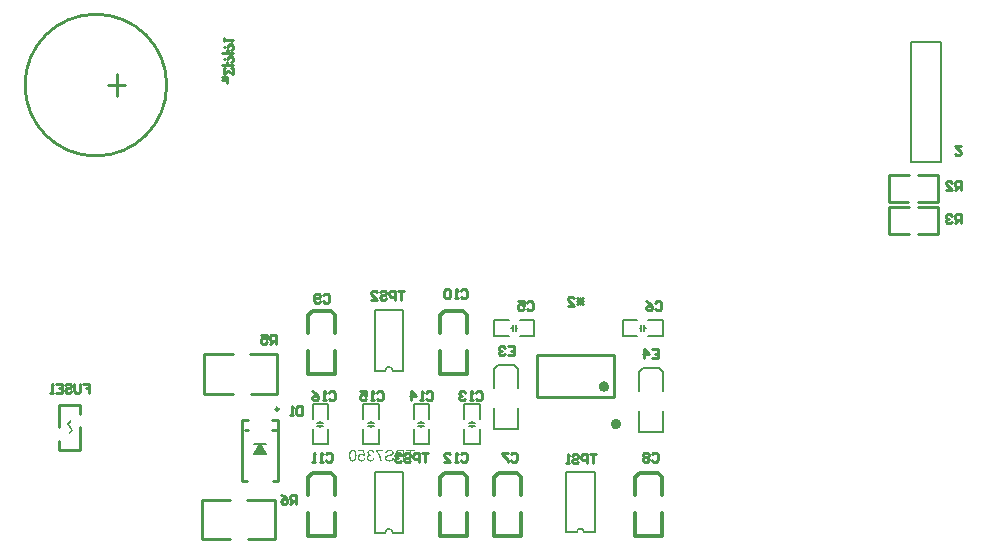
<source format=gbr>
%TF.GenerationSoftware,Altium Limited,Altium Designer,22.3.1 (43)*%
G04 Layer_Color=32896*
%FSLAX26Y26*%
%MOIN*%
%TF.SameCoordinates,A6686B76-6886-4B69-866F-DC8958589E3E*%
%TF.FilePolarity,Positive*%
%TF.FileFunction,Legend,Bot*%
%TF.Part,Single*%
G01*
G75*
%TA.AperFunction,NonConductor*%
%ADD28C,0.010000*%
%ADD52C,0.007874*%
%ADD53C,0.019685*%
%ADD54C,0.005000*%
%ADD55C,0.006000*%
%ADD56C,0.008000*%
%ADD57C,0.009842*%
%ADD58C,0.012000*%
G36*
X1159368Y429385D02*
X1160867Y429107D01*
X1162143Y428663D01*
X1163253Y428219D01*
X1163753Y427942D01*
X1164141Y427720D01*
X1164530Y427498D01*
X1164807Y427276D01*
X1165029Y427109D01*
X1165196Y426998D01*
X1165306Y426943D01*
X1165362Y426887D01*
X1166417Y425833D01*
X1167249Y424667D01*
X1167915Y423446D01*
X1168470Y422225D01*
X1168803Y421171D01*
X1168969Y420727D01*
X1169081Y420338D01*
X1169136Y420005D01*
X1169191Y419783D01*
X1169247Y419617D01*
Y419561D01*
X1164530Y418729D01*
X1164307Y419950D01*
X1163975Y421004D01*
X1163586Y421892D01*
X1163197Y422614D01*
X1162809Y423169D01*
X1162476Y423557D01*
X1162254Y423835D01*
X1162198Y423890D01*
X1161477Y424445D01*
X1160700Y424889D01*
X1159978Y425167D01*
X1159257Y425389D01*
X1158591Y425500D01*
X1158091Y425611D01*
X1157648D01*
X1156649Y425555D01*
X1155761Y425333D01*
X1154984Y425056D01*
X1154318Y424778D01*
X1153818Y424445D01*
X1153429Y424168D01*
X1153152Y423946D01*
X1153097Y423890D01*
X1152486Y423224D01*
X1152042Y422503D01*
X1151764Y421781D01*
X1151543Y421115D01*
X1151431Y420505D01*
X1151321Y420061D01*
Y419728D01*
Y419672D01*
Y419617D01*
Y419006D01*
X1151431Y418451D01*
X1151709Y417508D01*
X1152098Y416675D01*
X1152542Y415954D01*
X1152986Y415454D01*
X1153374Y415066D01*
X1153651Y414844D01*
X1153707Y414788D01*
X1153763D01*
X1154706Y414289D01*
X1155594Y413900D01*
X1156537Y413623D01*
X1157370Y413456D01*
X1158091Y413345D01*
X1158702Y413234D01*
X1159424D01*
X1159646Y413290D01*
X1159923D01*
X1160478Y409127D01*
X1159756Y409294D01*
X1159091Y409405D01*
X1158535Y409516D01*
X1158036Y409571D01*
X1157648Y409627D01*
X1157148D01*
X1155983Y409516D01*
X1154928Y409294D01*
X1153985Y408961D01*
X1153207Y408572D01*
X1152597Y408184D01*
X1152153Y407851D01*
X1151876Y407629D01*
X1151764Y407518D01*
X1151043Y406685D01*
X1150488Y405797D01*
X1150100Y404909D01*
X1149878Y404021D01*
X1149711Y403300D01*
X1149656Y402689D01*
X1149600Y402467D01*
Y402301D01*
Y402190D01*
Y402134D01*
X1149711Y400913D01*
X1149988Y399803D01*
X1150322Y398860D01*
X1150765Y398027D01*
X1151209Y397361D01*
X1151543Y396862D01*
X1151820Y396529D01*
X1151931Y396418D01*
X1152819Y395641D01*
X1153763Y395086D01*
X1154706Y394697D01*
X1155594Y394420D01*
X1156371Y394253D01*
X1156982Y394198D01*
X1157204Y394142D01*
X1157536D01*
X1158535Y394198D01*
X1159479Y394420D01*
X1160312Y394697D01*
X1160977Y395030D01*
X1161533Y395308D01*
X1161976Y395585D01*
X1162198Y395807D01*
X1162310Y395863D01*
X1162976Y396640D01*
X1163531Y397528D01*
X1164030Y398471D01*
X1164418Y399470D01*
X1164696Y400303D01*
X1164807Y400691D01*
X1164862Y401024D01*
X1164918Y401302D01*
X1164974Y401524D01*
X1165029Y401635D01*
Y401690D01*
X1169746Y401080D01*
X1169636Y400192D01*
X1169469Y399359D01*
X1168969Y397805D01*
X1168359Y396473D01*
X1168026Y395918D01*
X1167693Y395363D01*
X1167360Y394864D01*
X1167027Y394475D01*
X1166749Y394087D01*
X1166472Y393809D01*
X1166305Y393587D01*
X1166139Y393421D01*
X1166028Y393310D01*
X1165973Y393254D01*
X1165306Y392755D01*
X1164640Y392255D01*
X1163975Y391867D01*
X1163253Y391534D01*
X1161866Y390979D01*
X1160534Y390646D01*
X1159923Y390535D01*
X1159368Y390424D01*
X1158869Y390368D01*
X1158425Y390313D01*
X1158091Y390257D01*
X1157592D01*
X1156537Y390313D01*
X1155594Y390424D01*
X1154650Y390590D01*
X1153763Y390812D01*
X1152930Y391090D01*
X1152208Y391367D01*
X1151487Y391700D01*
X1150877Y392033D01*
X1150266Y392311D01*
X1149766Y392644D01*
X1149322Y392921D01*
X1148989Y393199D01*
X1148712Y393421D01*
X1148490Y393587D01*
X1148379Y393698D01*
X1148323Y393754D01*
X1147658Y394420D01*
X1147102Y395141D01*
X1146603Y395863D01*
X1146159Y396584D01*
X1145826Y397250D01*
X1145493Y397972D01*
X1145049Y399304D01*
X1144938Y399914D01*
X1144827Y400469D01*
X1144716Y400969D01*
X1144660Y401413D01*
X1144605Y401746D01*
Y402023D01*
Y402190D01*
Y402245D01*
X1144660Y403577D01*
X1144882Y404798D01*
X1145216Y405853D01*
X1145549Y406741D01*
X1145881Y407462D01*
X1146215Y408017D01*
X1146437Y408350D01*
X1146492Y408461D01*
X1147269Y409294D01*
X1148101Y410015D01*
X1148989Y410570D01*
X1149878Y411014D01*
X1150655Y411347D01*
X1151265Y411569D01*
X1151487Y411625D01*
X1151653Y411680D01*
X1151764Y411736D01*
X1151820D01*
X1150877Y412235D01*
X1150100Y412735D01*
X1149434Y413290D01*
X1148879Y413789D01*
X1148435Y414233D01*
X1148101Y414622D01*
X1147935Y414844D01*
X1147880Y414955D01*
X1147436Y415732D01*
X1147102Y416509D01*
X1146825Y417286D01*
X1146659Y418007D01*
X1146547Y418618D01*
X1146492Y419062D01*
Y419395D01*
Y419506D01*
X1146547Y420449D01*
X1146714Y421393D01*
X1146936Y422225D01*
X1147214Y422947D01*
X1147491Y423557D01*
X1147713Y424057D01*
X1147880Y424334D01*
X1147935Y424445D01*
X1148490Y425278D01*
X1149156Y425999D01*
X1149822Y426610D01*
X1150488Y427165D01*
X1151043Y427553D01*
X1151543Y427886D01*
X1151876Y428053D01*
X1151931Y428108D01*
X1151986D01*
X1152986Y428552D01*
X1153985Y428885D01*
X1154984Y429163D01*
X1155871Y429329D01*
X1156593Y429440D01*
X1157204Y429496D01*
X1158591D01*
X1159368Y429385D01*
D02*
G37*
G36*
X1139111Y409072D02*
X1134670Y408461D01*
X1134282Y409072D01*
X1133783Y409571D01*
X1133339Y410071D01*
X1132895Y410459D01*
X1132450Y410737D01*
X1132118Y411014D01*
X1131896Y411125D01*
X1131840Y411181D01*
X1131119Y411514D01*
X1130397Y411791D01*
X1129731Y411958D01*
X1129065Y412124D01*
X1128510Y412180D01*
X1128066Y412235D01*
X1127012D01*
X1126345Y412124D01*
X1125180Y411847D01*
X1124181Y411458D01*
X1123293Y411070D01*
X1122627Y410626D01*
X1122128Y410237D01*
X1121850Y409960D01*
X1121739Y409904D01*
Y409849D01*
X1120962Y408905D01*
X1120407Y407906D01*
X1120018Y406852D01*
X1119741Y405797D01*
X1119574Y404909D01*
X1119519Y404521D01*
Y404188D01*
X1119464Y403910D01*
Y403688D01*
Y403577D01*
Y403522D01*
Y402745D01*
X1119574Y402023D01*
X1119852Y400636D01*
X1120241Y399470D01*
X1120629Y398527D01*
X1121073Y397750D01*
X1121461Y397139D01*
X1121628Y396973D01*
X1121739Y396806D01*
X1121794Y396751D01*
X1121850Y396695D01*
X1122294Y396251D01*
X1122738Y395863D01*
X1123737Y395197D01*
X1124680Y394753D01*
X1125624Y394475D01*
X1126401Y394253D01*
X1127067Y394198D01*
X1127289Y394142D01*
X1127622D01*
X1128677Y394198D01*
X1129620Y394420D01*
X1130453Y394697D01*
X1131119Y395030D01*
X1131729Y395363D01*
X1132173Y395641D01*
X1132395Y395863D01*
X1132506Y395918D01*
X1133172Y396695D01*
X1133727Y397528D01*
X1134171Y398471D01*
X1134504Y399304D01*
X1134726Y400136D01*
X1134892Y400747D01*
X1134948Y401024D01*
X1135004Y401191D01*
Y401302D01*
Y401357D01*
X1139943Y400969D01*
X1139832Y400081D01*
X1139666Y399248D01*
X1139166Y397694D01*
X1138555Y396362D01*
X1138223Y395752D01*
X1137889Y395252D01*
X1137612Y394753D01*
X1137279Y394309D01*
X1137002Y393976D01*
X1136724Y393698D01*
X1136502Y393476D01*
X1136391Y393254D01*
X1136280Y393199D01*
X1136225Y393143D01*
X1135559Y392644D01*
X1134892Y392200D01*
X1134171Y391811D01*
X1133449Y391478D01*
X1132062Y390979D01*
X1130675Y390646D01*
X1130064Y390479D01*
X1129454Y390424D01*
X1128954Y390368D01*
X1128510Y390313D01*
X1128121Y390257D01*
X1127622D01*
X1126457Y390313D01*
X1125347Y390479D01*
X1124292Y390701D01*
X1123349Y390979D01*
X1122460Y391367D01*
X1121628Y391756D01*
X1120851Y392144D01*
X1120185Y392588D01*
X1119574Y393032D01*
X1119020Y393421D01*
X1118575Y393865D01*
X1118187Y394198D01*
X1117909Y394475D01*
X1117688Y394697D01*
X1117576Y394864D01*
X1117521Y394919D01*
X1116966Y395641D01*
X1116522Y396418D01*
X1116078Y397139D01*
X1115745Y397916D01*
X1115190Y399415D01*
X1114857Y400858D01*
X1114746Y401468D01*
X1114635Y402079D01*
X1114580Y402578D01*
X1114524Y403022D01*
X1114468Y403411D01*
Y403688D01*
Y403855D01*
Y403910D01*
X1114524Y404909D01*
X1114635Y405853D01*
X1114802Y406796D01*
X1115024Y407629D01*
X1115301Y408406D01*
X1115579Y409183D01*
X1115911Y409849D01*
X1116189Y410459D01*
X1116522Y411014D01*
X1116855Y411514D01*
X1117132Y411902D01*
X1117410Y412291D01*
X1117632Y412568D01*
X1117799Y412735D01*
X1117909Y412846D01*
X1117965Y412901D01*
X1118631Y413512D01*
X1119297Y414067D01*
X1120018Y414511D01*
X1120740Y414899D01*
X1121461Y415288D01*
X1122183Y415565D01*
X1123515Y415954D01*
X1124126Y416120D01*
X1124680Y416231D01*
X1125180Y416287D01*
X1125624Y416342D01*
X1125957Y416398D01*
X1127178D01*
X1127844Y416287D01*
X1129176Y416009D01*
X1130397Y415621D01*
X1131507Y415177D01*
X1132395Y414733D01*
X1132784Y414511D01*
X1133117Y414344D01*
X1133394Y414178D01*
X1133561Y414067D01*
X1133671Y414011D01*
X1133727Y413956D01*
X1131674Y424334D01*
X1116300D01*
Y428830D01*
X1135392D01*
X1139111Y409072D01*
D02*
G37*
G36*
X1305000Y424778D02*
X1292346D01*
Y390923D01*
X1287240D01*
Y424778D01*
X1274586D01*
Y429329D01*
X1305000D01*
Y424778D01*
D02*
G37*
G36*
X1269313Y390923D02*
X1264207D01*
Y406519D01*
X1254384D01*
X1252941Y406574D01*
X1251553Y406685D01*
X1250332Y406852D01*
X1249223Y407074D01*
X1248168Y407296D01*
X1247280Y407573D01*
X1246447Y407906D01*
X1245726Y408239D01*
X1245116Y408517D01*
X1244561Y408850D01*
X1244117Y409127D01*
X1243784Y409405D01*
X1243506Y409571D01*
X1243340Y409738D01*
X1243228Y409849D01*
X1243173Y409904D01*
X1242618Y410570D01*
X1242119Y411236D01*
X1241730Y411902D01*
X1241341Y412624D01*
X1241008Y413345D01*
X1240786Y414011D01*
X1240398Y415288D01*
X1240287Y415898D01*
X1240176Y416453D01*
X1240120Y416953D01*
X1240065Y417341D01*
X1240009Y417730D01*
Y417952D01*
Y418118D01*
Y418174D01*
X1240065Y419228D01*
X1240176Y420227D01*
X1240398Y421115D01*
X1240564Y421892D01*
X1240786Y422558D01*
X1241008Y423058D01*
X1241120Y423335D01*
X1241175Y423446D01*
X1241619Y424279D01*
X1242174Y425000D01*
X1242674Y425666D01*
X1243173Y426166D01*
X1243617Y426554D01*
X1243950Y426887D01*
X1244172Y427054D01*
X1244283Y427109D01*
X1245005Y427553D01*
X1245837Y427942D01*
X1246614Y428275D01*
X1247335Y428552D01*
X1248002Y428719D01*
X1248501Y428830D01*
X1248889Y428941D01*
X1249001D01*
X1249833Y429052D01*
X1250776Y429163D01*
X1251775Y429218D01*
X1252719Y429274D01*
X1253552Y429329D01*
X1269313D01*
Y390923D01*
D02*
G37*
G36*
X1199328Y424279D02*
X1180514D01*
X1181845Y422669D01*
X1183122Y420949D01*
X1184232Y419284D01*
X1185286Y417674D01*
X1185730Y416953D01*
X1186119Y416287D01*
X1186507Y415676D01*
X1186785Y415177D01*
X1187007Y414733D01*
X1187174Y414455D01*
X1187284Y414233D01*
X1187340Y414178D01*
X1188450Y411958D01*
X1189449Y409738D01*
X1190282Y407629D01*
X1190614Y406685D01*
X1190947Y405742D01*
X1191281Y404909D01*
X1191503Y404132D01*
X1191725Y403466D01*
X1191891Y402911D01*
X1192057Y402412D01*
X1192168Y402079D01*
X1192224Y401857D01*
Y401801D01*
X1192779Y399526D01*
X1193001Y398416D01*
X1193168Y397417D01*
X1193334Y396473D01*
X1193501Y395530D01*
X1193611Y394753D01*
X1193723Y393976D01*
X1193778Y393310D01*
X1193833Y392699D01*
X1193889Y392144D01*
Y391700D01*
X1193945Y391367D01*
Y391145D01*
Y390979D01*
Y390923D01*
X1189116D01*
X1188949Y393032D01*
X1188672Y394975D01*
X1188395Y396751D01*
X1188228Y397583D01*
X1188062Y398360D01*
X1187950Y399026D01*
X1187784Y399637D01*
X1187673Y400192D01*
X1187562Y400636D01*
X1187451Y400969D01*
X1187396Y401246D01*
X1187340Y401413D01*
Y401468D01*
X1186507Y404021D01*
X1185620Y406408D01*
X1185176Y407573D01*
X1184732Y408683D01*
X1184232Y409682D01*
X1183788Y410681D01*
X1183399Y411569D01*
X1183011Y412346D01*
X1182678Y413012D01*
X1182400Y413623D01*
X1182123Y414122D01*
X1181957Y414455D01*
X1181845Y414677D01*
X1181790Y414733D01*
X1181124Y415898D01*
X1180458Y417064D01*
X1179792Y418118D01*
X1179126Y419117D01*
X1178515Y420005D01*
X1177905Y420893D01*
X1177294Y421670D01*
X1176795Y422336D01*
X1176295Y423002D01*
X1175851Y423557D01*
X1175408Y424001D01*
X1175074Y424390D01*
X1174852Y424723D01*
X1174630Y424945D01*
X1174520Y425056D01*
X1174464Y425111D01*
Y428830D01*
X1199328D01*
Y424279D01*
D02*
G37*
G36*
X1221750Y429940D02*
X1223026Y429773D01*
X1224247Y429551D01*
X1225302Y429329D01*
X1226134Y429107D01*
X1226523Y428996D01*
X1226801Y428885D01*
X1227023Y428774D01*
X1227189Y428719D01*
X1227300Y428663D01*
X1227355D01*
X1228466Y428108D01*
X1229465Y427498D01*
X1230297Y426832D01*
X1230963Y426221D01*
X1231463Y425666D01*
X1231851Y425222D01*
X1232129Y424889D01*
X1232184Y424834D01*
Y424778D01*
X1232739Y423835D01*
X1233128Y422891D01*
X1233405Y421948D01*
X1233572Y421115D01*
X1233682Y420394D01*
X1233793Y419839D01*
Y419617D01*
Y419450D01*
Y419395D01*
Y419339D01*
X1233738Y418396D01*
X1233572Y417508D01*
X1233350Y416675D01*
X1233128Y415954D01*
X1232906Y415399D01*
X1232684Y414955D01*
X1232517Y414677D01*
X1232461Y414566D01*
X1231907Y413789D01*
X1231241Y413068D01*
X1230574Y412457D01*
X1229909Y411958D01*
X1229353Y411514D01*
X1228854Y411236D01*
X1228521Y411014D01*
X1228466Y410959D01*
X1228410D01*
X1227966Y410737D01*
X1227466Y410515D01*
X1226357Y410126D01*
X1225080Y409738D01*
X1223859Y409349D01*
X1222749Y409016D01*
X1222249Y408905D01*
X1221805Y408794D01*
X1221473Y408683D01*
X1221195Y408628D01*
X1221028Y408572D01*
X1220973D01*
X1220030Y408350D01*
X1219141Y408128D01*
X1218364Y407906D01*
X1217698Y407740D01*
X1217033Y407573D01*
X1216477Y407407D01*
X1215978Y407296D01*
X1215590Y407129D01*
X1215201Y407018D01*
X1214924Y406963D01*
X1214479Y406796D01*
X1214202Y406741D01*
X1214147Y406685D01*
X1213314Y406352D01*
X1212592Y405964D01*
X1211982Y405575D01*
X1211538Y405242D01*
X1211149Y404909D01*
X1210928Y404687D01*
X1210761Y404521D01*
X1210706Y404465D01*
X1210317Y403966D01*
X1210040Y403411D01*
X1209873Y402856D01*
X1209707Y402412D01*
X1209651Y401968D01*
X1209595Y401635D01*
Y401357D01*
Y401302D01*
X1209651Y400636D01*
X1209762Y400025D01*
X1209928Y399470D01*
X1210150Y399026D01*
X1210372Y398582D01*
X1210539Y398305D01*
X1210650Y398083D01*
X1210706Y398027D01*
X1211149Y397472D01*
X1211705Y397028D01*
X1212259Y396640D01*
X1212759Y396251D01*
X1213258Y396029D01*
X1213647Y395807D01*
X1213925Y395696D01*
X1214035Y395641D01*
X1214868Y395363D01*
X1215756Y395141D01*
X1216644Y395030D01*
X1217421Y394919D01*
X1218087Y394864D01*
X1218642Y394808D01*
X1219141D01*
X1220362Y394864D01*
X1221473Y394975D01*
X1222472Y395141D01*
X1223360Y395363D01*
X1224081Y395585D01*
X1224636Y395752D01*
X1224803Y395807D01*
X1224969Y395863D01*
X1225024Y395918D01*
X1225080D01*
X1225968Y396362D01*
X1226801Y396862D01*
X1227411Y397361D01*
X1227966Y397861D01*
X1228410Y398249D01*
X1228688Y398638D01*
X1228854Y398860D01*
X1228909Y398915D01*
X1229298Y399637D01*
X1229687Y400414D01*
X1229909Y401246D01*
X1230130Y401968D01*
X1230297Y402689D01*
X1230408Y403189D01*
Y403411D01*
X1230464Y403577D01*
Y403633D01*
Y403688D01*
X1235236Y403244D01*
X1235126Y401857D01*
X1234903Y400525D01*
X1234571Y399359D01*
X1234182Y398305D01*
X1233793Y397472D01*
X1233627Y397139D01*
X1233516Y396862D01*
X1233350Y396640D01*
X1233294Y396473D01*
X1233183Y396362D01*
Y396307D01*
X1232351Y395252D01*
X1231463Y394309D01*
X1230519Y393532D01*
X1229631Y392866D01*
X1228854Y392366D01*
X1228188Y392033D01*
X1227966Y391922D01*
X1227800Y391811D01*
X1227688Y391756D01*
X1227633D01*
X1226245Y391256D01*
X1224803Y390868D01*
X1223360Y390646D01*
X1221972Y390424D01*
X1221306Y390368D01*
X1220751Y390313D01*
X1220252D01*
X1219807Y390257D01*
X1218919D01*
X1217421Y390313D01*
X1216034Y390479D01*
X1214757Y390757D01*
X1213703Y391034D01*
X1212814Y391256D01*
X1212426Y391423D01*
X1212093Y391534D01*
X1211871Y391645D01*
X1211705Y391700D01*
X1211593Y391756D01*
X1211538D01*
X1210372Y392366D01*
X1209373Y393032D01*
X1208486Y393754D01*
X1207764Y394420D01*
X1207209Y394975D01*
X1206821Y395474D01*
X1206543Y395807D01*
X1206487Y395863D01*
Y395918D01*
X1205877Y396973D01*
X1205433Y397972D01*
X1205156Y398915D01*
X1204934Y399803D01*
X1204822Y400580D01*
X1204711Y401191D01*
Y401413D01*
Y401579D01*
Y401635D01*
Y401690D01*
X1204767Y402800D01*
X1204934Y403855D01*
X1205211Y404798D01*
X1205488Y405575D01*
X1205822Y406241D01*
X1206043Y406741D01*
X1206265Y407018D01*
X1206321Y407129D01*
X1206987Y407962D01*
X1207764Y408739D01*
X1208597Y409405D01*
X1209429Y410015D01*
X1210150Y410459D01*
X1210761Y410792D01*
X1210983Y410903D01*
X1211149Y411014D01*
X1211261Y411070D01*
X1211316D01*
X1211760Y411292D01*
X1212315Y411458D01*
X1212926Y411680D01*
X1213591Y411902D01*
X1214979Y412291D01*
X1216422Y412679D01*
X1217088Y412846D01*
X1217698Y413012D01*
X1218309Y413179D01*
X1218809Y413290D01*
X1219197Y413401D01*
X1219530Y413456D01*
X1219752Y413512D01*
X1219807D01*
X1220918Y413789D01*
X1221917Y414011D01*
X1222804Y414289D01*
X1223582Y414511D01*
X1224303Y414788D01*
X1224914Y415010D01*
X1225468Y415232D01*
X1225968Y415399D01*
X1226357Y415621D01*
X1226689Y415787D01*
X1226911Y415898D01*
X1227133Y416065D01*
X1227411Y416231D01*
X1227466Y416287D01*
X1227966Y416842D01*
X1228299Y417397D01*
X1228576Y417952D01*
X1228743Y418507D01*
X1228854Y418951D01*
X1228909Y419339D01*
Y419561D01*
Y419672D01*
X1228799Y420560D01*
X1228576Y421337D01*
X1228244Y422003D01*
X1227855Y422614D01*
X1227522Y423058D01*
X1227189Y423446D01*
X1226967Y423668D01*
X1226856Y423724D01*
X1226412Y424001D01*
X1225968Y424279D01*
X1224914Y424723D01*
X1223803Y425000D01*
X1222694Y425222D01*
X1221695Y425333D01*
X1221251Y425389D01*
X1220918Y425444D01*
X1220140D01*
X1218586Y425389D01*
X1217199Y425167D01*
X1216089Y424834D01*
X1215146Y424501D01*
X1214424Y424168D01*
X1213869Y423835D01*
X1213591Y423613D01*
X1213480Y423557D01*
X1212704Y422780D01*
X1212093Y421948D01*
X1211593Y421060D01*
X1211261Y420172D01*
X1211039Y419339D01*
X1210872Y418729D01*
X1210816Y418451D01*
X1210761Y418285D01*
Y418174D01*
Y418118D01*
X1205877Y418507D01*
X1205988Y419728D01*
X1206265Y420838D01*
X1206543Y421892D01*
X1206931Y422780D01*
X1207264Y423502D01*
X1207542Y424057D01*
X1207653Y424223D01*
X1207764Y424390D01*
X1207820Y424445D01*
Y424501D01*
X1208541Y425444D01*
X1209318Y426277D01*
X1210150Y426998D01*
X1210983Y427553D01*
X1211705Y428053D01*
X1212259Y428330D01*
X1212482Y428441D01*
X1212648Y428552D01*
X1212759Y428608D01*
X1212814D01*
X1214035Y429052D01*
X1215368Y429385D01*
X1216589Y429662D01*
X1217754Y429829D01*
X1218809Y429940D01*
X1219197D01*
X1219585Y429995D01*
X1220307D01*
X1221750Y429940D01*
D02*
G37*
G36*
X1099040Y429385D02*
X1100427Y429163D01*
X1101592Y428774D01*
X1102591Y428386D01*
X1103424Y427942D01*
X1103757Y427775D01*
X1104034Y427553D01*
X1104256Y427442D01*
X1104423Y427331D01*
X1104478Y427220D01*
X1104534D01*
X1105533Y426332D01*
X1106366Y425278D01*
X1107087Y424223D01*
X1107642Y423224D01*
X1108086Y422281D01*
X1108308Y421892D01*
X1108419Y421504D01*
X1108530Y421226D01*
X1108641Y421004D01*
X1108697Y420893D01*
Y420838D01*
X1108918Y420005D01*
X1109140Y419173D01*
X1109474Y417341D01*
X1109751Y415510D01*
X1109918Y413789D01*
X1109973Y412957D01*
X1110028Y412235D01*
Y411569D01*
X1110084Y410959D01*
Y410515D01*
Y410126D01*
Y409904D01*
Y409849D01*
X1110028Y407906D01*
X1109918Y406075D01*
X1109751Y404410D01*
X1109474Y402856D01*
X1109196Y401413D01*
X1108863Y400136D01*
X1108530Y398971D01*
X1108197Y397972D01*
X1107864Y397084D01*
X1107476Y396307D01*
X1107198Y395641D01*
X1106920Y395141D01*
X1106643Y394697D01*
X1106476Y394420D01*
X1106366Y394253D01*
X1106310Y394198D01*
X1105699Y393532D01*
X1105034Y392921D01*
X1104312Y392366D01*
X1103591Y391922D01*
X1102869Y391534D01*
X1102148Y391201D01*
X1101426Y390979D01*
X1100760Y390757D01*
X1100094Y390590D01*
X1099484Y390479D01*
X1098928Y390368D01*
X1098485Y390313D01*
X1098096Y390257D01*
X1097541D01*
X1096043Y390368D01*
X1094655Y390590D01*
X1093489Y390979D01*
X1092491Y391367D01*
X1091658Y391756D01*
X1091380Y391978D01*
X1091103Y392144D01*
X1090881Y392255D01*
X1090715Y392366D01*
X1090659Y392477D01*
X1090603D01*
X1089604Y393421D01*
X1088772Y394420D01*
X1088051Y395530D01*
X1087495Y396529D01*
X1087052Y397472D01*
X1086830Y397861D01*
X1086718Y398249D01*
X1086608Y398527D01*
X1086496Y398749D01*
X1086441Y398860D01*
Y398915D01*
X1086164Y399748D01*
X1085941Y400580D01*
X1085609Y402356D01*
X1085331Y404188D01*
X1085165Y405964D01*
X1085109Y406741D01*
X1085053Y407462D01*
Y408128D01*
X1084998Y408739D01*
Y409183D01*
Y409571D01*
Y409793D01*
Y409849D01*
Y410903D01*
X1085053Y411902D01*
Y412790D01*
X1085109Y413678D01*
X1085220Y414455D01*
X1085275Y415232D01*
X1085331Y415898D01*
X1085442Y416509D01*
X1085497Y417064D01*
X1085609Y417563D01*
X1085664Y417952D01*
X1085719Y418285D01*
X1085775Y418562D01*
X1085831Y418729D01*
X1085886Y418840D01*
Y418895D01*
X1086219Y420116D01*
X1086608Y421226D01*
X1087052Y422170D01*
X1087384Y423002D01*
X1087773Y423724D01*
X1087995Y424223D01*
X1088217Y424501D01*
X1088273Y424612D01*
X1088883Y425444D01*
X1089494Y426166D01*
X1090159Y426776D01*
X1090770Y427331D01*
X1091325Y427720D01*
X1091769Y427997D01*
X1092046Y428164D01*
X1092102Y428219D01*
X1092158D01*
X1093045Y428663D01*
X1093989Y428941D01*
X1094877Y429163D01*
X1095709Y429329D01*
X1096431Y429440D01*
X1097042Y429496D01*
X1097541D01*
X1099040Y429385D01*
D02*
G37*
%LPC*%
G36*
X1264207Y424778D02*
X1253218D01*
X1252219Y424723D01*
X1251387Y424667D01*
X1250721Y424612D01*
X1250277Y424501D01*
X1249944Y424445D01*
X1249722Y424390D01*
X1249667D01*
X1248945Y424112D01*
X1248334Y423779D01*
X1247780Y423446D01*
X1247280Y423058D01*
X1246947Y422669D01*
X1246669Y422392D01*
X1246503Y422170D01*
X1246447Y422114D01*
X1246059Y421448D01*
X1245726Y420782D01*
X1245504Y420061D01*
X1245393Y419450D01*
X1245282Y418895D01*
X1245226Y418396D01*
Y418118D01*
Y418063D01*
Y418007D01*
X1245338Y416842D01*
X1245560Y415843D01*
X1245892Y414955D01*
X1246281Y414233D01*
X1246669Y413678D01*
X1247003Y413234D01*
X1247225Y413012D01*
X1247335Y412901D01*
X1247724Y412568D01*
X1248224Y412291D01*
X1249278Y411847D01*
X1250444Y411514D01*
X1251609Y411292D01*
X1252664Y411181D01*
X1253108Y411125D01*
X1253496D01*
X1253884Y411070D01*
X1264207D01*
Y424778D01*
D02*
G37*
G36*
X1097929Y425611D02*
X1097597D01*
X1096986Y425555D01*
X1096376Y425500D01*
X1095821Y425333D01*
X1095321Y425111D01*
X1094378Y424612D01*
X1093545Y424057D01*
X1092935Y423446D01*
X1092435Y422947D01*
X1092268Y422725D01*
X1092158Y422558D01*
X1092046Y422503D01*
Y422447D01*
X1091658Y421781D01*
X1091325Y421004D01*
X1090992Y420116D01*
X1090770Y419173D01*
X1090548Y418174D01*
X1090381Y417119D01*
X1090104Y415010D01*
X1089993Y413956D01*
X1089938Y413012D01*
X1089882Y412124D01*
Y411403D01*
X1089826Y410737D01*
Y410237D01*
Y409960D01*
Y409904D01*
Y409849D01*
Y408128D01*
X1089938Y406574D01*
X1090049Y405187D01*
X1090159Y403855D01*
X1090326Y402745D01*
X1090548Y401690D01*
X1090770Y400802D01*
X1090937Y399970D01*
X1091159Y399304D01*
X1091380Y398749D01*
X1091547Y398249D01*
X1091769Y397861D01*
X1091880Y397583D01*
X1091991Y397417D01*
X1092102Y397306D01*
Y397250D01*
X1092546Y396695D01*
X1092990Y396251D01*
X1093434Y395807D01*
X1093878Y395474D01*
X1094822Y394919D01*
X1095654Y394531D01*
X1096431Y394309D01*
X1096986Y394198D01*
X1097208Y394142D01*
X1097541D01*
X1098151Y394198D01*
X1098707Y394253D01*
X1099761Y394642D01*
X1100705Y395141D01*
X1101537Y395696D01*
X1102148Y396251D01*
X1102647Y396751D01*
X1102925Y397139D01*
X1103035Y397195D01*
Y397250D01*
X1103424Y397916D01*
X1103757Y398693D01*
X1104090Y399581D01*
X1104312Y400525D01*
X1104534Y401524D01*
X1104700Y402578D01*
X1104978Y404743D01*
X1105089Y405742D01*
X1105145Y406685D01*
X1105200Y407573D01*
Y408295D01*
X1105255Y408961D01*
Y409460D01*
Y409738D01*
Y409849D01*
X1105200Y411569D01*
X1105145Y413123D01*
X1105034Y414566D01*
X1104867Y415898D01*
X1104700Y417064D01*
X1104478Y418118D01*
X1104256Y419062D01*
X1104034Y419894D01*
X1103812Y420616D01*
X1103646Y421226D01*
X1103424Y421726D01*
X1103257Y422170D01*
X1103091Y422447D01*
X1102980Y422669D01*
X1102869Y422780D01*
Y422836D01*
X1102480Y423335D01*
X1102092Y423779D01*
X1101648Y424112D01*
X1101204Y424445D01*
X1100316Y424945D01*
X1099484Y425278D01*
X1098762Y425444D01*
X1098151Y425555D01*
X1097929Y425611D01*
D02*
G37*
%LPD*%
D28*
X477506Y1645000D02*
G03*
X477506Y1645000I-236253J0D01*
G01*
X850000Y565000D02*
G03*
X850000Y565000I-5000J0D01*
G01*
X746000Y263000D02*
X838000D01*
Y131000D02*
Y263000D01*
X595204D02*
X689000D01*
X594000Y131000D02*
Y263000D01*
X749000Y131000D02*
X838000D01*
X594000D02*
X690000D01*
X3047000Y1254800D02*
Y1345000D01*
X2982000Y1254800D02*
X3047000D01*
X2982000Y1345000D02*
X3047000D01*
X2885200Y1255000D02*
Y1345000D01*
X2951000D01*
X2885200Y1255000D02*
X2950000D01*
X2885200Y1149800D02*
Y1240000D01*
X2950200D01*
X2885200Y1149800D02*
X2950200D01*
X3047000D02*
Y1239800D01*
X2981200Y1149800D02*
X3047000D01*
X2982200Y1239800D02*
X3047000D01*
X280591Y1644999D02*
X339645D01*
X312087Y1609567D02*
Y1680433D01*
X602000Y615000D02*
X698000D01*
X757000D02*
X846000D01*
X602000D02*
Y747000D01*
X603204D02*
X697000D01*
X846000Y615000D02*
Y747000D01*
X754000D02*
X846000D01*
X850000Y323700D02*
Y530000D01*
X730000Y323700D02*
X746496D01*
X730000D02*
Y530000D01*
X832520Y323700D02*
X850000D01*
X730000Y530000D02*
X750000D01*
X736850Y495000D02*
X750000D01*
X830000Y530000D02*
X850000D01*
X830000Y495000D02*
X843150D01*
X790000Y442000D02*
X802000Y417000D01*
X778000Y420000D02*
X790000Y442000D01*
X778000Y420000D02*
X792000D01*
X790004Y430902D02*
X792000Y420000D01*
X190000Y430000D02*
Y460000D01*
X120000Y430000D02*
X190000D01*
X120000D02*
Y460000D01*
Y505000D02*
Y565000D01*
X190000Y460000D02*
Y505000D01*
Y550000D02*
Y580000D01*
X120000D02*
X190000D01*
X120000Y555000D02*
Y580000D01*
X1017494Y619997D02*
X1022493Y624995D01*
X1032489D01*
X1037488Y619997D01*
Y600003D01*
X1032489Y595005D01*
X1022493D01*
X1017494Y600003D01*
X1007497Y595005D02*
X997501D01*
X1002499D01*
Y624995D01*
X1007497Y619997D01*
X962512Y624995D02*
X972509Y619997D01*
X982506Y610000D01*
Y600003D01*
X977507Y595005D01*
X967510D01*
X962512Y600003D01*
Y605002D01*
X967510Y610000D01*
X982506D01*
X1177494Y619997D02*
X1182493Y624995D01*
X1192489D01*
X1197488Y619997D01*
Y600003D01*
X1192489Y595005D01*
X1182493D01*
X1177494Y600003D01*
X1167497Y595005D02*
X1157501D01*
X1162499D01*
Y624995D01*
X1167497Y619997D01*
X1122512Y624995D02*
X1142506D01*
Y610000D01*
X1132509Y614998D01*
X1127510D01*
X1122512Y610000D01*
Y600003D01*
X1127510Y595005D01*
X1137507D01*
X1142506Y600003D01*
X1342494Y619997D02*
X1347493Y624995D01*
X1357489D01*
X1362488Y619997D01*
Y600003D01*
X1357489Y595005D01*
X1347493D01*
X1342494Y600003D01*
X1332497Y595005D02*
X1322501D01*
X1327499D01*
Y624995D01*
X1332497Y619997D01*
X1292510Y595005D02*
Y624995D01*
X1307506Y610000D01*
X1287512D01*
X1507494Y619997D02*
X1512493Y624995D01*
X1522489D01*
X1527488Y619997D01*
Y600003D01*
X1522489Y595005D01*
X1512493D01*
X1507494Y600003D01*
X1497497Y595005D02*
X1487501D01*
X1492499D01*
Y624995D01*
X1497497Y619997D01*
X1472506D02*
X1467507Y624995D01*
X1457510D01*
X1452512Y619997D01*
Y614998D01*
X1457510Y610000D01*
X1462509D01*
X1457510D01*
X1452512Y605002D01*
Y600003D01*
X1457510Y595005D01*
X1467507D01*
X1472506Y600003D01*
X678320Y1650976D02*
Y1670969D01*
X663325D01*
X678320Y1660972D02*
X663325D01*
X673321Y1700959D02*
X668323D01*
Y1680966D01*
X683318Y1690963D01*
X698313Y1680966D01*
Y1700959D01*
X693315D01*
X678320Y1720953D02*
Y1710956D01*
X698313D02*
X663325D01*
X693315Y1720953D02*
X698313Y1725951D01*
Y1735948D01*
X693315Y1740947D01*
X688317D01*
X678320Y1730950D01*
X673321D02*
X668323D01*
X683318Y1760940D02*
Y1750943D01*
X678320Y1760940D02*
Y1750943D01*
X698313D02*
X663325D01*
X693315Y1760940D02*
X698313Y1765938D01*
Y1775935D01*
X693315Y1780934D01*
X688317D01*
X678320Y1770937D01*
X673321D02*
X668323D01*
Y1790930D02*
Y1800927D01*
Y1795929D01*
X698313D01*
X693315Y1790930D01*
X1349000Y417990D02*
X1329006D01*
X1339003D01*
Y388000D01*
X1319010D02*
Y417990D01*
X1304014D01*
X1299016Y412992D01*
Y402995D01*
X1304014Y397997D01*
X1319010D01*
X1269026Y412992D02*
X1274024Y417990D01*
X1284021D01*
X1289019Y412992D01*
Y407993D01*
X1284021Y402995D01*
X1274024D01*
X1269026Y397997D01*
Y392998D01*
X1274024Y388000D01*
X1284021D01*
X1289019Y392998D01*
X1259029Y412992D02*
X1254031Y417990D01*
X1244034D01*
X1239036Y412992D01*
Y407993D01*
X1244034Y402995D01*
X1249032D01*
X1244034D01*
X1239036Y397997D01*
Y392998D01*
X1244034Y388000D01*
X1254031D01*
X1259029Y392998D01*
X1269982Y959995D02*
X1249989D01*
X1259985D01*
Y930005D01*
X1239992D02*
Y959995D01*
X1224997D01*
X1219998Y954997D01*
Y945000D01*
X1224997Y940002D01*
X1239992D01*
X1190008Y954997D02*
X1195006Y959995D01*
X1205003D01*
X1210002Y954997D01*
Y949998D01*
X1205003Y945000D01*
X1195006D01*
X1190008Y940002D01*
Y935003D01*
X1195006Y930005D01*
X1205003D01*
X1210002Y935003D01*
X1160018Y930005D02*
X1180011D01*
X1160018Y949998D01*
Y954997D01*
X1165016Y959995D01*
X1175013D01*
X1180011Y954997D01*
X1909984Y414995D02*
X1889990D01*
X1899987D01*
Y385005D01*
X1879994D02*
Y414995D01*
X1864998D01*
X1860000Y409997D01*
Y400000D01*
X1864998Y395002D01*
X1879994D01*
X1830010Y409997D02*
X1835008Y414995D01*
X1845005D01*
X1850003Y409997D01*
Y404998D01*
X1845005Y400000D01*
X1835008D01*
X1830010Y395002D01*
Y390003D01*
X1835008Y385005D01*
X1845005D01*
X1850003Y390003D01*
X1820013Y385005D02*
X1810016D01*
X1815014D01*
Y414995D01*
X1820013Y409997D01*
X909992Y250005D02*
Y279995D01*
X894997D01*
X889998Y274997D01*
Y265000D01*
X894997Y260002D01*
X909992D01*
X899995D02*
X889998Y250005D01*
X860008Y279995D02*
X870005Y274997D01*
X880002Y265000D01*
Y255003D01*
X875003Y250005D01*
X865006D01*
X860008Y255003D01*
Y260002D01*
X865006Y265000D01*
X880002D01*
X841000Y782000D02*
Y811990D01*
X826005D01*
X821006Y806992D01*
Y796995D01*
X826005Y791997D01*
X841000D01*
X831003D02*
X821006Y782000D01*
X791016Y811990D02*
X811010D01*
Y796995D01*
X801013Y801994D01*
X796014D01*
X791016Y796995D01*
Y786998D01*
X796014Y782000D01*
X806011D01*
X811010Y786998D01*
X3124992Y1185005D02*
Y1214995D01*
X3109997D01*
X3104998Y1209997D01*
Y1200000D01*
X3109997Y1195002D01*
X3124992D01*
X3114995D02*
X3104998Y1185005D01*
X3095002Y1209997D02*
X3090003Y1214995D01*
X3080006D01*
X3075008Y1209997D01*
Y1204998D01*
X3080006Y1200000D01*
X3085005D01*
X3080006D01*
X3075008Y1195002D01*
Y1190003D01*
X3080006Y1185005D01*
X3090003D01*
X3095002Y1190003D01*
X3124992Y1295005D02*
Y1324995D01*
X3109997D01*
X3104998Y1319997D01*
Y1310000D01*
X3109997Y1305002D01*
X3124992D01*
X3114995D02*
X3104998Y1295005D01*
X3075008D02*
X3095002D01*
X3075008Y1314998D01*
Y1319997D01*
X3080006Y1324995D01*
X3090003D01*
X3095002Y1319997D01*
X199986Y649995D02*
X219979D01*
Y635000D01*
X209982D01*
X219979D01*
Y620005D01*
X189989Y649995D02*
Y625003D01*
X184990Y620005D01*
X174994D01*
X169995Y625003D01*
Y649995D01*
X140005Y644997D02*
X145003Y649995D01*
X155000D01*
X159998Y644997D01*
Y639998D01*
X155000Y635000D01*
X145003D01*
X140005Y630002D01*
Y625003D01*
X145003Y620005D01*
X155000D01*
X159998Y625003D01*
X110015Y649995D02*
X130008D01*
Y620005D01*
X110015D01*
X130008Y635000D02*
X120011D01*
X100018Y620005D02*
X90021D01*
X95019D01*
Y649995D01*
X100018Y644997D01*
X2094998Y764995D02*
X2114992D01*
Y735005D01*
X2094998D01*
X2114992Y750000D02*
X2104995D01*
X2070006Y735005D02*
Y764995D01*
X2085002Y750000D01*
X2065008D01*
X1614998Y774995D02*
X1634992D01*
Y745005D01*
X1614998D01*
X1634992Y760000D02*
X1624995D01*
X1605002Y769997D02*
X1600003Y774995D01*
X1590006D01*
X1585008Y769997D01*
Y764998D01*
X1590006Y760000D01*
X1595005D01*
X1590006D01*
X1585008Y755002D01*
Y750003D01*
X1590006Y745005D01*
X1600003D01*
X1605002Y750003D01*
X929994Y574995D02*
Y545005D01*
X914998D01*
X910000Y550003D01*
Y569997D01*
X914998Y574995D01*
X929994D01*
X900003Y545005D02*
X890006D01*
X895005D01*
Y574995D01*
X900003Y569997D01*
X1457494Y414997D02*
X1462493Y419995D01*
X1472489D01*
X1477488Y414997D01*
Y395003D01*
X1472489Y390005D01*
X1462493D01*
X1457494Y395003D01*
X1447497Y390005D02*
X1437501D01*
X1442499D01*
Y419995D01*
X1447497Y414997D01*
X1402512Y390005D02*
X1422506D01*
X1402512Y409998D01*
Y414997D01*
X1407510Y419995D01*
X1417507D01*
X1422506Y414997D01*
X1007496D02*
X1012494Y419995D01*
X1022491D01*
X1027489Y414997D01*
Y395003D01*
X1022491Y390005D01*
X1012494D01*
X1007496Y395003D01*
X997499Y390005D02*
X987502D01*
X992501D01*
Y419995D01*
X997499Y414997D01*
X972507Y390005D02*
X962510D01*
X967509D01*
Y419995D01*
X972507Y414997D01*
X1457494Y959997D02*
X1462493Y964995D01*
X1472489D01*
X1477488Y959997D01*
Y940003D01*
X1472489Y935005D01*
X1462493D01*
X1457494Y940003D01*
X1447497Y935005D02*
X1437501D01*
X1442499D01*
Y964995D01*
X1447497Y959997D01*
X1422506D02*
X1417507Y964995D01*
X1407510D01*
X1402512Y959997D01*
Y940003D01*
X1407510Y935005D01*
X1417507D01*
X1422506Y940003D01*
Y959997D01*
X999998Y944997D02*
X1004997Y949995D01*
X1014994D01*
X1019992Y944997D01*
Y925003D01*
X1014994Y920005D01*
X1004997D01*
X999998Y925003D01*
X990002D02*
X985003Y920005D01*
X975006D01*
X970008Y925003D01*
Y944997D01*
X975006Y949995D01*
X985003D01*
X990002Y944997D01*
Y939998D01*
X985003Y935000D01*
X970008D01*
X2094998Y414997D02*
X2099997Y419995D01*
X2109994D01*
X2114992Y414997D01*
Y395003D01*
X2109994Y390005D01*
X2099997D01*
X2094998Y395003D01*
X2085002Y414997D02*
X2080003Y419995D01*
X2070006D01*
X2065008Y414997D01*
Y409998D01*
X2070006Y405000D01*
X2065008Y400002D01*
Y395003D01*
X2070006Y390005D01*
X2080003D01*
X2085002Y395003D01*
Y400002D01*
X2080003Y405000D01*
X2085002Y409998D01*
Y414997D01*
X2080003Y405000D02*
X2070006D01*
X1624998Y414997D02*
X1629997Y419995D01*
X1639994D01*
X1644992Y414997D01*
Y395003D01*
X1639994Y390005D01*
X1629997D01*
X1624998Y395003D01*
X1615002Y419995D02*
X1595008D01*
Y414997D01*
X1615002Y395003D01*
Y390005D01*
X2106006Y919992D02*
X2111005Y924990D01*
X2121002D01*
X2126000Y919992D01*
Y899998D01*
X2121002Y895000D01*
X2111005D01*
X2106006Y899998D01*
X2076016Y924990D02*
X2086013Y919992D01*
X2096010Y909995D01*
Y899998D01*
X2091011Y895000D01*
X2081015D01*
X2076016Y899998D01*
Y904997D01*
X2081015Y909995D01*
X2096010D01*
X1677006Y919992D02*
X1682005Y924990D01*
X1692002D01*
X1697000Y919992D01*
Y899998D01*
X1692002Y895000D01*
X1682005D01*
X1677006Y899998D01*
X1647016Y924990D02*
X1667010D01*
Y909995D01*
X1657013Y914994D01*
X1652014D01*
X1647016Y909995D01*
Y899998D01*
X1652014Y895000D01*
X1662011D01*
X1667010Y899998D01*
X3123990Y1441005D02*
X3103997D01*
X3123990Y1421011D01*
Y1416013D01*
X3118992Y1411014D01*
X3108995D01*
X3103997Y1416013D01*
X1864992Y934997D02*
X1844998Y915003D01*
X1864992D02*
X1844998Y934997D01*
X1864992Y925000D02*
X1844998D01*
X1854995Y915003D02*
Y934997D01*
X1815008Y910005D02*
X1835002D01*
X1815008Y929998D01*
Y934997D01*
X1820006Y939995D01*
X1830003D01*
X1835002Y934997D01*
D52*
X1869331Y154016D02*
G03*
X1844135Y154016I-12598J0D01*
G01*
X1230866Y692937D02*
G03*
X1205670Y692937I-12598J0D01*
G01*
X1230866Y152937D02*
G03*
X1205670Y152937I-12598J0D01*
G01*
X1809686Y154016D02*
X1844134D01*
X1869332D02*
X1903780D01*
Y355592D01*
X1809686D02*
X1903780D01*
X1809686Y154016D02*
Y355592D01*
X1171220Y692938D02*
X1205670D01*
X1230866D02*
X1265316D01*
Y894512D01*
X1171220D02*
X1265316D01*
X1171220Y692938D02*
Y894512D01*
X2960000Y1390000D02*
X3060000D01*
Y1790000D01*
X2960000Y1390000D02*
Y1790000D01*
X3060000D01*
X1647938Y500000D02*
Y570000D01*
X1567938Y500000D02*
X1647938D01*
X1567938D02*
Y570000D01*
X1647938Y635000D02*
Y700000D01*
X1634938Y713000D02*
X1647938Y700000D01*
X1567938Y635000D02*
Y700000D01*
X1580938Y713000D02*
X1634938D01*
X1567938Y700000D02*
X1580938Y713000D01*
X2132064Y490000D02*
Y560000D01*
X2052064Y490000D02*
X2132064D01*
X2052064D02*
Y560000D01*
X2132064Y625000D02*
Y690000D01*
X2119064Y703000D02*
X2132064Y690000D01*
X2052064Y625000D02*
Y690000D01*
X2065064Y703000D02*
X2119064D01*
X2052064Y690000D02*
X2065064Y703000D01*
X1171220Y152938D02*
Y354512D01*
X1265316D01*
Y152938D02*
Y354512D01*
X1230866Y152938D02*
X1265316D01*
X1171220D02*
X1205670D01*
D53*
X1942874Y640000D02*
G03*
X1942874Y640000I-7874J0D01*
G01*
X1982874Y515000D02*
G03*
X1982874Y515000I-7874J0D01*
G01*
D54*
X152723Y485669D02*
G03*
X155000Y505000I-1143J9934D01*
G01*
X157277Y524331D02*
G03*
X155000Y505000I1143J-9934D01*
G01*
D55*
X1326666Y520000D02*
Y525000D01*
Y505000D02*
Y510000D01*
X1316666D02*
X1336666D01*
X1316666Y520000D02*
X1336666D01*
X990000D02*
Y525000D01*
Y505000D02*
Y510000D01*
X980000D02*
X1000000D01*
X980000Y520000D02*
X1000000D01*
X2069500Y825000D02*
Y845000D01*
X2059500Y825000D02*
Y845000D01*
X2054500Y835000D02*
X2059500D01*
X2069500D02*
X2074500D01*
X1640500Y825000D02*
Y845000D01*
X1630500Y825000D02*
Y845000D01*
X1625500Y835000D02*
X1630500D01*
X1640500D02*
X1645500D01*
X1148334Y520000D02*
X1168334D01*
X1148334Y510000D02*
X1168334D01*
X1158334Y505000D02*
Y510000D01*
Y520000D02*
Y525000D01*
X1485000Y520000D02*
X1505000D01*
X1485000Y510000D02*
X1505000D01*
X1495000Y505000D02*
Y510000D01*
Y520000D02*
Y525000D01*
D56*
X1300666Y447500D02*
X1352666D01*
X1300666Y582500D02*
X1352666D01*
X1300666Y533000D02*
Y582500D01*
X1352666Y533000D02*
Y582500D01*
X1300666Y447500D02*
Y497000D01*
X1352666Y447500D02*
Y497000D01*
X964000Y447500D02*
X1016000D01*
X964000Y582500D02*
X1016000D01*
X964000Y533000D02*
Y582500D01*
X1016000Y533000D02*
Y582500D01*
X964000Y447500D02*
Y497000D01*
X1016000Y447500D02*
Y497000D01*
X1997000Y809000D02*
X2046500D01*
X1997000Y861000D02*
X2046500D01*
X2082500Y809000D02*
X2132000D01*
X2082500Y861000D02*
X2132000D01*
Y809000D02*
Y861000D01*
X1997000Y809000D02*
Y861000D01*
X1568000Y809000D02*
X1617500D01*
X1568000Y861000D02*
X1617500D01*
X1653500Y809000D02*
X1703000D01*
X1653500Y861000D02*
X1703000D01*
Y809000D02*
Y861000D01*
X1568000Y809000D02*
Y861000D01*
X1184334Y447500D02*
Y497000D01*
X1132334Y447500D02*
Y497000D01*
X1184334Y533000D02*
Y582500D01*
X1132334Y533000D02*
Y582500D01*
X1184334D01*
X1132334Y447500D02*
X1184334D01*
X1521000D02*
Y497000D01*
X1469000Y447500D02*
Y497000D01*
X1521000Y533000D02*
Y582500D01*
X1469000Y533000D02*
Y582500D01*
X1521000D01*
X1469000Y447500D02*
X1521000D01*
X790000Y449448D02*
X810000Y414448D01*
X770000D02*
X810000D01*
X770000D02*
X790000Y449448D01*
X770000D02*
X810000D01*
D57*
X1967952Y606102D02*
Y743898D01*
X1712048Y606102D02*
X1967952D01*
X1712048D02*
Y743898D01*
X1967952D01*
D58*
X2130000Y142450D02*
Y217450D01*
X2040000Y142450D02*
Y217450D01*
X2130000Y277450D02*
Y337450D01*
X2040000Y277450D02*
Y337450D01*
Y142450D02*
X2130000D01*
X2055000Y352450D02*
X2115000D01*
X2040000Y337450D02*
X2055000Y352450D01*
X2115000D02*
X2130000Y337450D01*
X1660000Y142450D02*
Y217450D01*
X1570000Y142450D02*
Y217450D01*
X1660000Y277450D02*
Y337450D01*
X1570000Y277450D02*
Y337450D01*
Y142450D02*
X1660000D01*
X1585000Y352450D02*
X1645000D01*
X1570000Y337450D02*
X1585000Y352450D01*
X1645000D02*
X1660000Y337450D01*
X1040000Y682450D02*
Y757450D01*
X950000Y682450D02*
Y757450D01*
X1040000Y817450D02*
Y877450D01*
X950000Y817450D02*
Y877450D01*
Y682450D02*
X1040000D01*
X965000Y892450D02*
X1025000D01*
X950000Y877450D02*
X965000Y892450D01*
X1025000D02*
X1040000Y877450D01*
X1480000Y682450D02*
Y757450D01*
X1390000Y682450D02*
Y757450D01*
X1480000Y817450D02*
Y877450D01*
X1390000Y817450D02*
Y877450D01*
Y682450D02*
X1480000D01*
X1405000Y892450D02*
X1465000D01*
X1390000Y877450D02*
X1405000Y892450D01*
X1465000D02*
X1480000Y877450D01*
Y142450D02*
Y217450D01*
X1390000Y142450D02*
Y217450D01*
X1480000Y277450D02*
Y337450D01*
X1390000Y277450D02*
Y337450D01*
Y142450D02*
X1480000D01*
X1405000Y352450D02*
X1465000D01*
X1390000Y337450D02*
X1405000Y352450D01*
X1465000D02*
X1480000Y337450D01*
X1040000Y142450D02*
Y217450D01*
X950000Y142450D02*
Y217450D01*
X1040000Y277450D02*
Y337450D01*
X950000Y277450D02*
Y337450D01*
Y142450D02*
X1040000D01*
X965000Y352450D02*
X1025000D01*
X950000Y337450D02*
X965000Y352450D01*
X1025000D02*
X1040000Y337450D01*
%TF.MD5,a7b36d3a0e616e0b0c910185be606726*%
M02*

</source>
